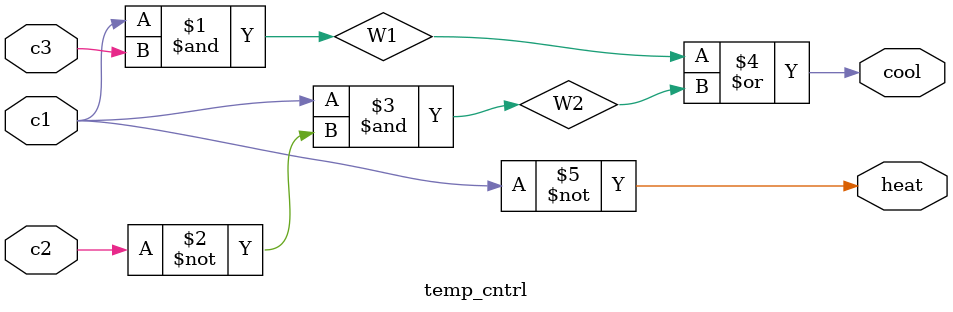
<source format=v>
module temp_cntrl(
	input c1,
	input c2,
	input c3,
	output heat,
	output cool
);


	wire W1, W2;
	
	and U1(W1, c1, c3);
	and U2(W2, c1, ~c2);
	
	or U3(cool, W1, W2);
	
	not U4(heat, c1);
	


endmodule
</source>
